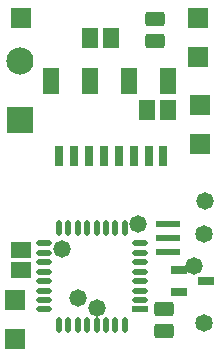
<source format=gbr>
%TF.GenerationSoftware,Altium Limited,Altium Designer,22.2.1 (43)*%
G04 Layer_Color=8388736*
%FSLAX45Y45*%
%MOMM*%
%TF.SameCoordinates,D68F7B63-5BB6-472D-936E-BE577255EEBD*%
%TF.FilePolarity,Negative*%
%TF.FileFunction,Soldermask,Top*%
%TF.Part,Single*%
G01*
G75*
%TA.AperFunction,SMDPad,CuDef*%
%ADD14R,1.35523X0.48583*%
G04:AMPARAMS|DCode=15|XSize=1.35523mm|YSize=0.48583mm|CornerRadius=0.24292mm|HoleSize=0mm|Usage=FLASHONLY|Rotation=180.000|XOffset=0mm|YOffset=0mm|HoleType=Round|Shape=RoundedRectangle|*
%AMROUNDEDRECTD15*
21,1,1.35523,0.00000,0,0,180.0*
21,1,0.86940,0.48583,0,0,180.0*
1,1,0.48583,-0.43470,0.00000*
1,1,0.48583,0.43470,0.00000*
1,1,0.48583,0.43470,0.00000*
1,1,0.48583,-0.43470,0.00000*
%
%ADD15ROUNDEDRECTD15*%
G04:AMPARAMS|DCode=16|XSize=0.48583mm|YSize=1.35523mm|CornerRadius=0.24292mm|HoleSize=0mm|Usage=FLASHONLY|Rotation=180.000|XOffset=0mm|YOffset=0mm|HoleType=Round|Shape=RoundedRectangle|*
%AMROUNDEDRECTD16*
21,1,0.48583,0.86940,0,0,180.0*
21,1,0.00000,1.35523,0,0,180.0*
1,1,0.48583,0.00000,0.43470*
1,1,0.48583,0.00000,0.43470*
1,1,0.48583,0.00000,-0.43470*
1,1,0.48583,0.00000,-0.43470*
%
%ADD16ROUNDEDRECTD16*%
G04:AMPARAMS|DCode=32|XSize=1.2032mm|YSize=1.6232mm|CornerRadius=0.2266mm|HoleSize=0mm|Usage=FLASHONLY|Rotation=270.000|XOffset=0mm|YOffset=0mm|HoleType=Round|Shape=RoundedRectangle|*
%AMROUNDEDRECTD32*
21,1,1.20320,1.17000,0,0,270.0*
21,1,0.75000,1.62320,0,0,270.0*
1,1,0.45320,-0.58500,-0.37500*
1,1,0.45320,-0.58500,0.37500*
1,1,0.45320,0.58500,0.37500*
1,1,0.45320,0.58500,-0.37500*
%
%ADD32ROUNDEDRECTD32*%
%ADD33R,1.67320X1.36320*%
%TA.AperFunction,ComponentPad*%
%ADD34R,1.70320X1.70320*%
%ADD35R,2.30320X2.30320*%
%ADD36C,2.30320*%
%ADD37R,1.70320X1.70320*%
%ADD38C,1.48320*%
%ADD39R,0.80320X1.80320*%
%TA.AperFunction,ViaPad*%
%ADD40C,1.47320*%
%TA.AperFunction,SMDPad,CuDef*%
%ADD44R,1.36320X1.67320*%
%ADD45R,1.47320X2.23520*%
%ADD46R,2.10320X0.60320*%
%ADD47R,1.35320X0.80320*%
D14*
X8878448Y6070001D02*
D03*
D15*
Y6150000D02*
D03*
Y6230000D02*
D03*
Y6310000D02*
D03*
Y6390000D02*
D03*
Y6470000D02*
D03*
Y6550000D02*
D03*
Y6629999D02*
D03*
X8063352D02*
D03*
Y6550000D02*
D03*
Y6470000D02*
D03*
Y6390000D02*
D03*
Y6310000D02*
D03*
Y6230000D02*
D03*
Y6150000D02*
D03*
Y6070001D02*
D03*
D16*
X8750899Y6757548D02*
D03*
X8670900D02*
D03*
X8590900D02*
D03*
X8510900D02*
D03*
X8430900D02*
D03*
X8350900D02*
D03*
X8270900D02*
D03*
X8190901D02*
D03*
Y5942452D02*
D03*
X8270900D02*
D03*
X8350900D02*
D03*
X8430900D02*
D03*
X8510900D02*
D03*
X8590900D02*
D03*
X8670900D02*
D03*
X8750899D02*
D03*
D32*
X9004300Y8339303D02*
D03*
Y8526302D02*
D03*
X9080500Y6075202D02*
D03*
Y5888203D02*
D03*
D33*
X7874000Y6401699D02*
D03*
Y6577701D02*
D03*
D34*
X7823200Y6146800D02*
D03*
X7874000Y8534400D02*
D03*
X7823200Y5816600D02*
D03*
X9385300Y7797800D02*
D03*
Y7467600D02*
D03*
X9372600Y8534400D02*
D03*
D35*
X7861300Y7674798D02*
D03*
D36*
Y8174797D02*
D03*
D37*
X9372600Y8204200D02*
D03*
D38*
X9423400Y6705600D02*
D03*
Y5956300D02*
D03*
D39*
X8826500Y7366000D02*
D03*
X8699500D02*
D03*
X8572500D02*
D03*
X8445500D02*
D03*
X8318500D02*
D03*
X8191500D02*
D03*
X8953520D02*
D03*
X9077960D02*
D03*
D40*
X8351037Y6164580D02*
D03*
X8219440Y6583680D02*
D03*
X9431020Y6987540D02*
D03*
X8510900Y6083300D02*
D03*
X9339580Y6438900D02*
D03*
X8864600Y6797040D02*
D03*
D44*
X8635101Y8369300D02*
D03*
X8459099D02*
D03*
X9117701Y7759700D02*
D03*
X8941699D02*
D03*
D45*
X8788400Y8001000D02*
D03*
X9118600D02*
D03*
X8458200D02*
D03*
X8128000D02*
D03*
D46*
X9118600Y6794500D02*
D03*
Y6554500D02*
D03*
Y6674500D02*
D03*
D47*
X9209298Y6406901D02*
D03*
Y6216899D02*
D03*
X9434302Y6311900D02*
D03*
%TF.MD5,0d62441e62e603bb22cb45f6c1cc2be8*%
M02*

</source>
